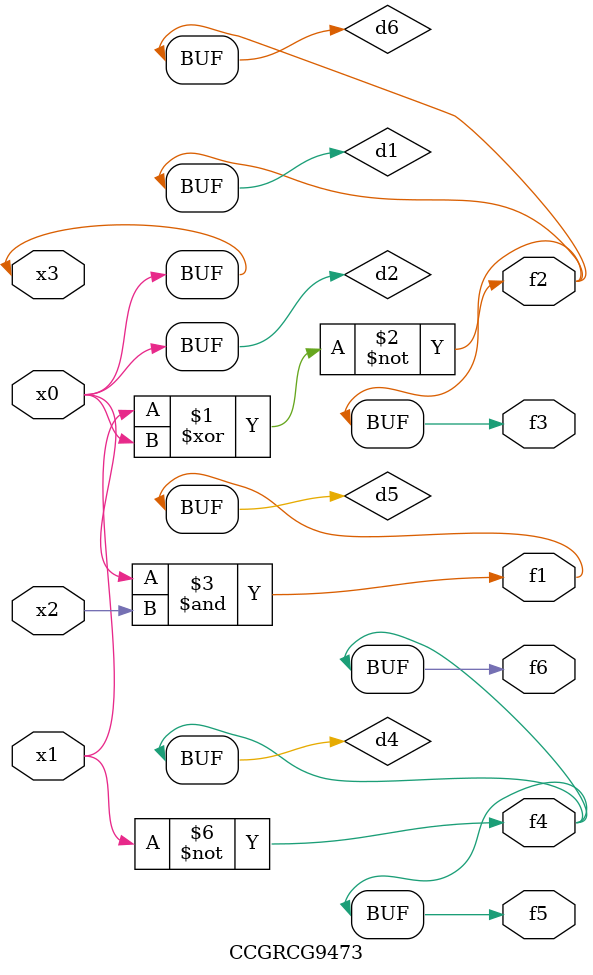
<source format=v>
module CCGRCG9473(
	input x0, x1, x2, x3,
	output f1, f2, f3, f4, f5, f6
);

	wire d1, d2, d3, d4, d5, d6;

	xnor (d1, x1, x3);
	buf (d2, x0, x3);
	nand (d3, x0, x2);
	not (d4, x1);
	nand (d5, d3);
	or (d6, d1);
	assign f1 = d5;
	assign f2 = d6;
	assign f3 = d6;
	assign f4 = d4;
	assign f5 = d4;
	assign f6 = d4;
endmodule

</source>
